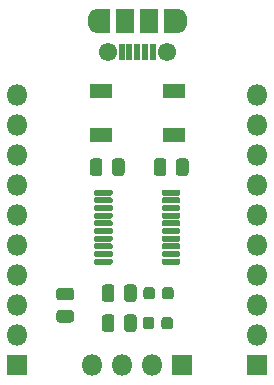
<source format=gbr>
%TF.GenerationSoftware,KiCad,Pcbnew,(5.1.6)-1*%
%TF.CreationDate,2020-06-22T18:51:59+05:30*%
%TF.ProjectId,STM8-Dev-Board-STM8S003F3P6,53544d38-2d44-4657-962d-426f6172642d,rev?*%
%TF.SameCoordinates,Original*%
%TF.FileFunction,Soldermask,Top*%
%TF.FilePolarity,Negative*%
%FSLAX46Y46*%
G04 Gerber Fmt 4.6, Leading zero omitted, Abs format (unit mm)*
G04 Created by KiCad (PCBNEW (5.1.6)-1) date 2020-06-22 18:51:59*
%MOMM*%
%LPD*%
G01*
G04 APERTURE LIST*
%ADD10R,1.300000X2.000000*%
%ADD11O,1.300000X2.000000*%
%ADD12R,1.600000X2.000000*%
%ADD13C,1.550000*%
%ADD14R,0.500000X1.450000*%
%ADD15R,1.900000X1.200000*%
%ADD16O,1.800000X1.800000*%
%ADD17R,1.800000X1.800000*%
G04 APERTURE END LIST*
D10*
%TO.C,J1*%
X66400000Y-120682500D03*
X60600000Y-120682500D03*
D11*
X60000000Y-120682500D03*
X67000000Y-120682500D03*
D12*
X64500000Y-120682500D03*
D13*
X61000000Y-123382500D03*
D14*
X63500000Y-123382500D03*
X62850000Y-123382500D03*
X62200000Y-123382500D03*
X64800000Y-123382500D03*
X64150000Y-123382500D03*
D13*
X66000000Y-123382500D03*
D12*
X62500000Y-120682500D03*
%TD*%
D15*
%TO.C,SW1*%
X66600000Y-130374000D03*
X60400000Y-130374000D03*
X66600000Y-126674000D03*
X60400000Y-126674000D03*
%TD*%
%TO.C,U1*%
G36*
G01*
X65575000Y-135376000D02*
X65575000Y-135126000D01*
G75*
G02*
X65700000Y-135001000I125000J0D01*
G01*
X67025000Y-135001000D01*
G75*
G02*
X67150000Y-135126000I0J-125000D01*
G01*
X67150000Y-135376000D01*
G75*
G02*
X67025000Y-135501000I-125000J0D01*
G01*
X65700000Y-135501000D01*
G75*
G02*
X65575000Y-135376000I0J125000D01*
G01*
G37*
G36*
G01*
X65575000Y-136026000D02*
X65575000Y-135776000D01*
G75*
G02*
X65700000Y-135651000I125000J0D01*
G01*
X67025000Y-135651000D01*
G75*
G02*
X67150000Y-135776000I0J-125000D01*
G01*
X67150000Y-136026000D01*
G75*
G02*
X67025000Y-136151000I-125000J0D01*
G01*
X65700000Y-136151000D01*
G75*
G02*
X65575000Y-136026000I0J125000D01*
G01*
G37*
G36*
G01*
X65575000Y-136676000D02*
X65575000Y-136426000D01*
G75*
G02*
X65700000Y-136301000I125000J0D01*
G01*
X67025000Y-136301000D01*
G75*
G02*
X67150000Y-136426000I0J-125000D01*
G01*
X67150000Y-136676000D01*
G75*
G02*
X67025000Y-136801000I-125000J0D01*
G01*
X65700000Y-136801000D01*
G75*
G02*
X65575000Y-136676000I0J125000D01*
G01*
G37*
G36*
G01*
X65575000Y-137326000D02*
X65575000Y-137076000D01*
G75*
G02*
X65700000Y-136951000I125000J0D01*
G01*
X67025000Y-136951000D01*
G75*
G02*
X67150000Y-137076000I0J-125000D01*
G01*
X67150000Y-137326000D01*
G75*
G02*
X67025000Y-137451000I-125000J0D01*
G01*
X65700000Y-137451000D01*
G75*
G02*
X65575000Y-137326000I0J125000D01*
G01*
G37*
G36*
G01*
X65575000Y-137976000D02*
X65575000Y-137726000D01*
G75*
G02*
X65700000Y-137601000I125000J0D01*
G01*
X67025000Y-137601000D01*
G75*
G02*
X67150000Y-137726000I0J-125000D01*
G01*
X67150000Y-137976000D01*
G75*
G02*
X67025000Y-138101000I-125000J0D01*
G01*
X65700000Y-138101000D01*
G75*
G02*
X65575000Y-137976000I0J125000D01*
G01*
G37*
G36*
G01*
X65575000Y-138626000D02*
X65575000Y-138376000D01*
G75*
G02*
X65700000Y-138251000I125000J0D01*
G01*
X67025000Y-138251000D01*
G75*
G02*
X67150000Y-138376000I0J-125000D01*
G01*
X67150000Y-138626000D01*
G75*
G02*
X67025000Y-138751000I-125000J0D01*
G01*
X65700000Y-138751000D01*
G75*
G02*
X65575000Y-138626000I0J125000D01*
G01*
G37*
G36*
G01*
X65575000Y-139276000D02*
X65575000Y-139026000D01*
G75*
G02*
X65700000Y-138901000I125000J0D01*
G01*
X67025000Y-138901000D01*
G75*
G02*
X67150000Y-139026000I0J-125000D01*
G01*
X67150000Y-139276000D01*
G75*
G02*
X67025000Y-139401000I-125000J0D01*
G01*
X65700000Y-139401000D01*
G75*
G02*
X65575000Y-139276000I0J125000D01*
G01*
G37*
G36*
G01*
X65575000Y-139926000D02*
X65575000Y-139676000D01*
G75*
G02*
X65700000Y-139551000I125000J0D01*
G01*
X67025000Y-139551000D01*
G75*
G02*
X67150000Y-139676000I0J-125000D01*
G01*
X67150000Y-139926000D01*
G75*
G02*
X67025000Y-140051000I-125000J0D01*
G01*
X65700000Y-140051000D01*
G75*
G02*
X65575000Y-139926000I0J125000D01*
G01*
G37*
G36*
G01*
X65575000Y-140576000D02*
X65575000Y-140326000D01*
G75*
G02*
X65700000Y-140201000I125000J0D01*
G01*
X67025000Y-140201000D01*
G75*
G02*
X67150000Y-140326000I0J-125000D01*
G01*
X67150000Y-140576000D01*
G75*
G02*
X67025000Y-140701000I-125000J0D01*
G01*
X65700000Y-140701000D01*
G75*
G02*
X65575000Y-140576000I0J125000D01*
G01*
G37*
G36*
G01*
X65575000Y-141226000D02*
X65575000Y-140976000D01*
G75*
G02*
X65700000Y-140851000I125000J0D01*
G01*
X67025000Y-140851000D01*
G75*
G02*
X67150000Y-140976000I0J-125000D01*
G01*
X67150000Y-141226000D01*
G75*
G02*
X67025000Y-141351000I-125000J0D01*
G01*
X65700000Y-141351000D01*
G75*
G02*
X65575000Y-141226000I0J125000D01*
G01*
G37*
G36*
G01*
X59850000Y-141226000D02*
X59850000Y-140976000D01*
G75*
G02*
X59975000Y-140851000I125000J0D01*
G01*
X61300000Y-140851000D01*
G75*
G02*
X61425000Y-140976000I0J-125000D01*
G01*
X61425000Y-141226000D01*
G75*
G02*
X61300000Y-141351000I-125000J0D01*
G01*
X59975000Y-141351000D01*
G75*
G02*
X59850000Y-141226000I0J125000D01*
G01*
G37*
G36*
G01*
X59850000Y-140576000D02*
X59850000Y-140326000D01*
G75*
G02*
X59975000Y-140201000I125000J0D01*
G01*
X61300000Y-140201000D01*
G75*
G02*
X61425000Y-140326000I0J-125000D01*
G01*
X61425000Y-140576000D01*
G75*
G02*
X61300000Y-140701000I-125000J0D01*
G01*
X59975000Y-140701000D01*
G75*
G02*
X59850000Y-140576000I0J125000D01*
G01*
G37*
G36*
G01*
X59850000Y-139926000D02*
X59850000Y-139676000D01*
G75*
G02*
X59975000Y-139551000I125000J0D01*
G01*
X61300000Y-139551000D01*
G75*
G02*
X61425000Y-139676000I0J-125000D01*
G01*
X61425000Y-139926000D01*
G75*
G02*
X61300000Y-140051000I-125000J0D01*
G01*
X59975000Y-140051000D01*
G75*
G02*
X59850000Y-139926000I0J125000D01*
G01*
G37*
G36*
G01*
X59850000Y-139276000D02*
X59850000Y-139026000D01*
G75*
G02*
X59975000Y-138901000I125000J0D01*
G01*
X61300000Y-138901000D01*
G75*
G02*
X61425000Y-139026000I0J-125000D01*
G01*
X61425000Y-139276000D01*
G75*
G02*
X61300000Y-139401000I-125000J0D01*
G01*
X59975000Y-139401000D01*
G75*
G02*
X59850000Y-139276000I0J125000D01*
G01*
G37*
G36*
G01*
X59850000Y-138626000D02*
X59850000Y-138376000D01*
G75*
G02*
X59975000Y-138251000I125000J0D01*
G01*
X61300000Y-138251000D01*
G75*
G02*
X61425000Y-138376000I0J-125000D01*
G01*
X61425000Y-138626000D01*
G75*
G02*
X61300000Y-138751000I-125000J0D01*
G01*
X59975000Y-138751000D01*
G75*
G02*
X59850000Y-138626000I0J125000D01*
G01*
G37*
G36*
G01*
X59850000Y-137976000D02*
X59850000Y-137726000D01*
G75*
G02*
X59975000Y-137601000I125000J0D01*
G01*
X61300000Y-137601000D01*
G75*
G02*
X61425000Y-137726000I0J-125000D01*
G01*
X61425000Y-137976000D01*
G75*
G02*
X61300000Y-138101000I-125000J0D01*
G01*
X59975000Y-138101000D01*
G75*
G02*
X59850000Y-137976000I0J125000D01*
G01*
G37*
G36*
G01*
X59850000Y-137326000D02*
X59850000Y-137076000D01*
G75*
G02*
X59975000Y-136951000I125000J0D01*
G01*
X61300000Y-136951000D01*
G75*
G02*
X61425000Y-137076000I0J-125000D01*
G01*
X61425000Y-137326000D01*
G75*
G02*
X61300000Y-137451000I-125000J0D01*
G01*
X59975000Y-137451000D01*
G75*
G02*
X59850000Y-137326000I0J125000D01*
G01*
G37*
G36*
G01*
X59850000Y-136676000D02*
X59850000Y-136426000D01*
G75*
G02*
X59975000Y-136301000I125000J0D01*
G01*
X61300000Y-136301000D01*
G75*
G02*
X61425000Y-136426000I0J-125000D01*
G01*
X61425000Y-136676000D01*
G75*
G02*
X61300000Y-136801000I-125000J0D01*
G01*
X59975000Y-136801000D01*
G75*
G02*
X59850000Y-136676000I0J125000D01*
G01*
G37*
G36*
G01*
X59850000Y-136026000D02*
X59850000Y-135776000D01*
G75*
G02*
X59975000Y-135651000I125000J0D01*
G01*
X61300000Y-135651000D01*
G75*
G02*
X61425000Y-135776000I0J-125000D01*
G01*
X61425000Y-136026000D01*
G75*
G02*
X61300000Y-136151000I-125000J0D01*
G01*
X59975000Y-136151000D01*
G75*
G02*
X59850000Y-136026000I0J125000D01*
G01*
G37*
G36*
G01*
X59850000Y-135376000D02*
X59850000Y-135126000D01*
G75*
G02*
X59975000Y-135001000I125000J0D01*
G01*
X61300000Y-135001000D01*
G75*
G02*
X61425000Y-135126000I0J-125000D01*
G01*
X61425000Y-135376000D01*
G75*
G02*
X61300000Y-135501000I-125000J0D01*
G01*
X59975000Y-135501000D01*
G75*
G02*
X59850000Y-135376000I0J125000D01*
G01*
G37*
%TD*%
%TO.C,R3*%
G36*
G01*
X62376000Y-146785250D02*
X62376000Y-145822750D01*
G75*
G02*
X62644750Y-145554000I268750J0D01*
G01*
X63182250Y-145554000D01*
G75*
G02*
X63451000Y-145822750I0J-268750D01*
G01*
X63451000Y-146785250D01*
G75*
G02*
X63182250Y-147054000I-268750J0D01*
G01*
X62644750Y-147054000D01*
G75*
G02*
X62376000Y-146785250I0J268750D01*
G01*
G37*
G36*
G01*
X60501000Y-146785250D02*
X60501000Y-145822750D01*
G75*
G02*
X60769750Y-145554000I268750J0D01*
G01*
X61307250Y-145554000D01*
G75*
G02*
X61576000Y-145822750I0J-268750D01*
G01*
X61576000Y-146785250D01*
G75*
G02*
X61307250Y-147054000I-268750J0D01*
G01*
X60769750Y-147054000D01*
G75*
G02*
X60501000Y-146785250I0J268750D01*
G01*
G37*
%TD*%
%TO.C,R2*%
G36*
G01*
X66772500Y-133577250D02*
X66772500Y-132614750D01*
G75*
G02*
X67041250Y-132346000I268750J0D01*
G01*
X67578750Y-132346000D01*
G75*
G02*
X67847500Y-132614750I0J-268750D01*
G01*
X67847500Y-133577250D01*
G75*
G02*
X67578750Y-133846000I-268750J0D01*
G01*
X67041250Y-133846000D01*
G75*
G02*
X66772500Y-133577250I0J268750D01*
G01*
G37*
G36*
G01*
X64897500Y-133577250D02*
X64897500Y-132614750D01*
G75*
G02*
X65166250Y-132346000I268750J0D01*
G01*
X65703750Y-132346000D01*
G75*
G02*
X65972500Y-132614750I0J-268750D01*
G01*
X65972500Y-133577250D01*
G75*
G02*
X65703750Y-133846000I-268750J0D01*
G01*
X65166250Y-133846000D01*
G75*
G02*
X64897500Y-133577250I0J268750D01*
G01*
G37*
%TD*%
%TO.C,R1*%
G36*
G01*
X62376000Y-144245250D02*
X62376000Y-143282750D01*
G75*
G02*
X62644750Y-143014000I268750J0D01*
G01*
X63182250Y-143014000D01*
G75*
G02*
X63451000Y-143282750I0J-268750D01*
G01*
X63451000Y-144245250D01*
G75*
G02*
X63182250Y-144514000I-268750J0D01*
G01*
X62644750Y-144514000D01*
G75*
G02*
X62376000Y-144245250I0J268750D01*
G01*
G37*
G36*
G01*
X60501000Y-144245250D02*
X60501000Y-143282750D01*
G75*
G02*
X60769750Y-143014000I268750J0D01*
G01*
X61307250Y-143014000D01*
G75*
G02*
X61576000Y-143282750I0J-268750D01*
G01*
X61576000Y-144245250D01*
G75*
G02*
X61307250Y-144514000I-268750J0D01*
G01*
X60769750Y-144514000D01*
G75*
G02*
X60501000Y-144245250I0J268750D01*
G01*
G37*
%TD*%
D16*
%TO.C,J4*%
X73660000Y-127000000D03*
X73660000Y-129540000D03*
X73660000Y-132080000D03*
X73660000Y-134620000D03*
X73660000Y-137160000D03*
X73660000Y-139700000D03*
X73660000Y-142240000D03*
X73660000Y-144780000D03*
X73660000Y-147320000D03*
D17*
X73660000Y-149860000D03*
%TD*%
D16*
%TO.C,J3*%
X59690000Y-149860000D03*
X62230000Y-149860000D03*
X64770000Y-149860000D03*
D17*
X67310000Y-149860000D03*
%TD*%
D16*
%TO.C,J2*%
X53340000Y-127000000D03*
X53340000Y-129540000D03*
X53340000Y-132080000D03*
X53340000Y-134620000D03*
X53340000Y-137160000D03*
X53340000Y-139700000D03*
X53340000Y-142240000D03*
X53340000Y-144780000D03*
X53340000Y-147320000D03*
D17*
X53340000Y-149860000D03*
%TD*%
%TO.C,D2*%
G36*
G01*
X64952500Y-146022750D02*
X64952500Y-146585250D01*
G75*
G02*
X64708750Y-146829000I-243750J0D01*
G01*
X64221250Y-146829000D01*
G75*
G02*
X63977500Y-146585250I0J243750D01*
G01*
X63977500Y-146022750D01*
G75*
G02*
X64221250Y-145779000I243750J0D01*
G01*
X64708750Y-145779000D01*
G75*
G02*
X64952500Y-146022750I0J-243750D01*
G01*
G37*
G36*
G01*
X66527500Y-146022750D02*
X66527500Y-146585250D01*
G75*
G02*
X66283750Y-146829000I-243750J0D01*
G01*
X65796250Y-146829000D01*
G75*
G02*
X65552500Y-146585250I0J243750D01*
G01*
X65552500Y-146022750D01*
G75*
G02*
X65796250Y-145779000I243750J0D01*
G01*
X66283750Y-145779000D01*
G75*
G02*
X66527500Y-146022750I0J-243750D01*
G01*
G37*
%TD*%
%TO.C,D1*%
G36*
G01*
X65003500Y-143482750D02*
X65003500Y-144045250D01*
G75*
G02*
X64759750Y-144289000I-243750J0D01*
G01*
X64272250Y-144289000D01*
G75*
G02*
X64028500Y-144045250I0J243750D01*
G01*
X64028500Y-143482750D01*
G75*
G02*
X64272250Y-143239000I243750J0D01*
G01*
X64759750Y-143239000D01*
G75*
G02*
X65003500Y-143482750I0J-243750D01*
G01*
G37*
G36*
G01*
X66578500Y-143482750D02*
X66578500Y-144045250D01*
G75*
G02*
X66334750Y-144289000I-243750J0D01*
G01*
X65847250Y-144289000D01*
G75*
G02*
X65603500Y-144045250I0J243750D01*
G01*
X65603500Y-143482750D01*
G75*
G02*
X65847250Y-143239000I243750J0D01*
G01*
X66334750Y-143239000D01*
G75*
G02*
X66578500Y-143482750I0J-243750D01*
G01*
G37*
%TD*%
%TO.C,C4*%
G36*
G01*
X61360000Y-133577250D02*
X61360000Y-132614750D01*
G75*
G02*
X61628750Y-132346000I268750J0D01*
G01*
X62166250Y-132346000D01*
G75*
G02*
X62435000Y-132614750I0J-268750D01*
G01*
X62435000Y-133577250D01*
G75*
G02*
X62166250Y-133846000I-268750J0D01*
G01*
X61628750Y-133846000D01*
G75*
G02*
X61360000Y-133577250I0J268750D01*
G01*
G37*
G36*
G01*
X59485000Y-133577250D02*
X59485000Y-132614750D01*
G75*
G02*
X59753750Y-132346000I268750J0D01*
G01*
X60291250Y-132346000D01*
G75*
G02*
X60560000Y-132614750I0J-268750D01*
G01*
X60560000Y-133577250D01*
G75*
G02*
X60291250Y-133846000I-268750J0D01*
G01*
X59753750Y-133846000D01*
G75*
G02*
X59485000Y-133577250I0J268750D01*
G01*
G37*
%TD*%
%TO.C,C1*%
G36*
G01*
X56922750Y-145180000D02*
X57885250Y-145180000D01*
G75*
G02*
X58154000Y-145448750I0J-268750D01*
G01*
X58154000Y-145986250D01*
G75*
G02*
X57885250Y-146255000I-268750J0D01*
G01*
X56922750Y-146255000D01*
G75*
G02*
X56654000Y-145986250I0J268750D01*
G01*
X56654000Y-145448750D01*
G75*
G02*
X56922750Y-145180000I268750J0D01*
G01*
G37*
G36*
G01*
X56922750Y-143305000D02*
X57885250Y-143305000D01*
G75*
G02*
X58154000Y-143573750I0J-268750D01*
G01*
X58154000Y-144111250D01*
G75*
G02*
X57885250Y-144380000I-268750J0D01*
G01*
X56922750Y-144380000D01*
G75*
G02*
X56654000Y-144111250I0J268750D01*
G01*
X56654000Y-143573750D01*
G75*
G02*
X56922750Y-143305000I268750J0D01*
G01*
G37*
%TD*%
M02*

</source>
